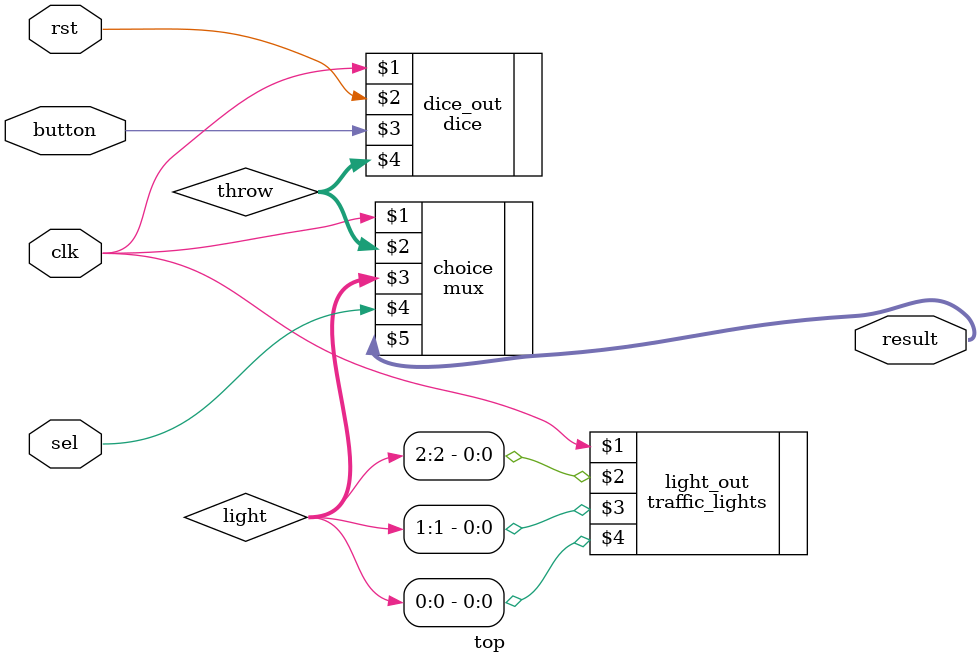
<source format=v>

`timescale 1ns / 100ps

module top(
	input clk,
	input rst,
	input button,
	input sel,
	output wire [2:0] result
	); 

	//wires & registers
	wire [2:0] throw;
	wire [2:0] light;
		

	//logic
	traffic_lights light_out(clk, light[2], light[1], light[0]);
	dice dice_out(clk, rst, button, throw);

	mux choice(clk, throw, light, sel, result);


endmodule

</source>
